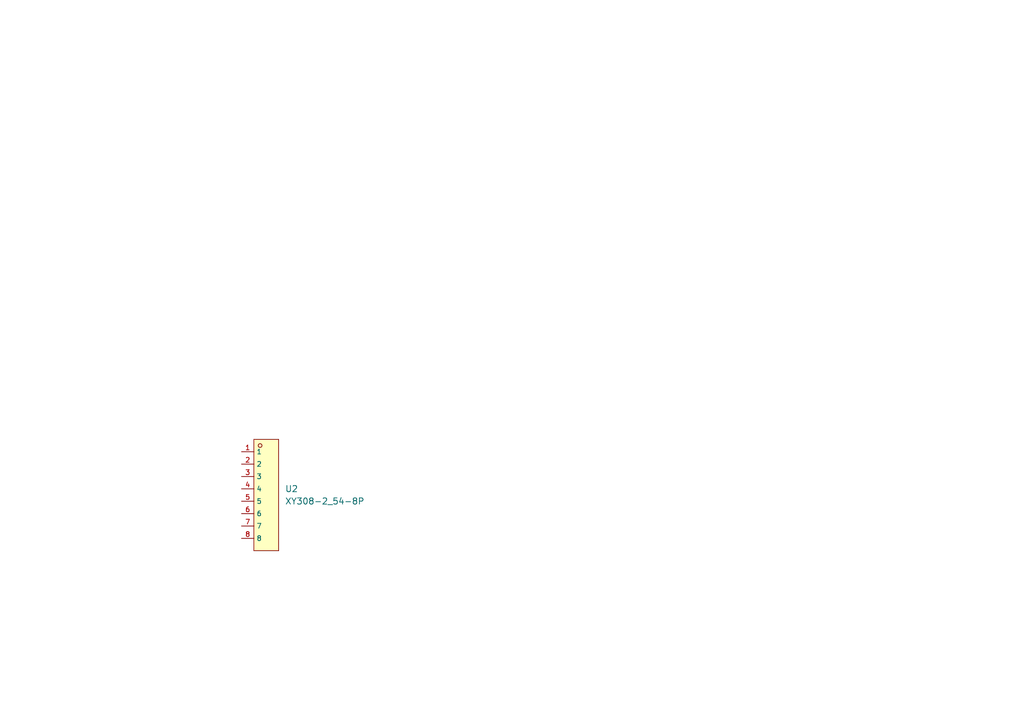
<source format=kicad_sch>
(kicad_sch (version 20231120) (generator "eeschema") (generator_version "8.0")
  (paper "A5")
  (lib_symbols
    (symbol "XY308-2_54-8P:XY308-2_54-8P"
      (property "Reference" "U" (at 0 1.27 0))
      (property "Value" "XY308-2_54-8P" (at 0 -2.54 0))
      (symbol "XY308-2_54-8P_0_1"
        (rectangle (start -2.54 11.43) (end 2.54 -11.43) (fill (type background)))
        (circle (center -1.27 10.16) (radius 0.381) (fill (type background)))
        (pin unspecified line (at -5.08 8.89 0) (length 2.54) (name "1") (number "1"))
        (pin unspecified line (at -5.08 6.35 0) (length 2.54) (name "2") (number "2"))
        (pin unspecified line (at -5.08 3.81 0) (length 2.54) (name "3") (number "3"))
        (pin unspecified line (at -5.08 1.27 0) (length 2.54) (name "4") (number "4"))
        (pin unspecified line (at -5.08 -1.27 0) (length 2.54) (name "5") (number "5"))
        (pin unspecified line (at -5.08 -3.81 0) (length 2.54) (name "6") (number "6"))
        (pin unspecified line (at -5.08 -6.35 0) (length 2.54) (name "7") (number "7"))
        (pin unspecified line (at -5.08 -8.89 0) (length 2.54) (name "8") (number "8"))
      )
    )
  )
  (symbol (lib_id "XY308-2_54-8P:XY308-2_54-8P") (at 54.61 101.6 0) (unit 1)
    (property "Reference" "U2" (at 58.42 100.3299 0) (effects (justify left)))
    (property "Value" "XY308-2_54-8P" (at 58.42 102.8699 0) (effects (justify left)))
    (property "Footprint" "footprint:CONN-TH_XY308-2.54-8P" (effects (hide yes)))
    (property "Datasheet" "https://item.szlcsc.com/989799.html?ref=editor&logined=true" (effects (hide yes)))
    (property "LCSC" "C915917" (effects (hide yes)))
  )
)
</source>
